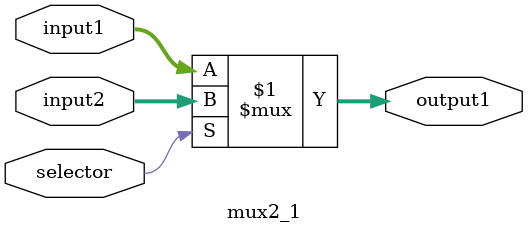
<source format=v>
module mux2_1(  input [15:0]input1,
                input [15:0]input2,
                input selector,
                output [15:0]output1);
  assign output1 = selector ? input2 : input1;
endmodule
</source>
